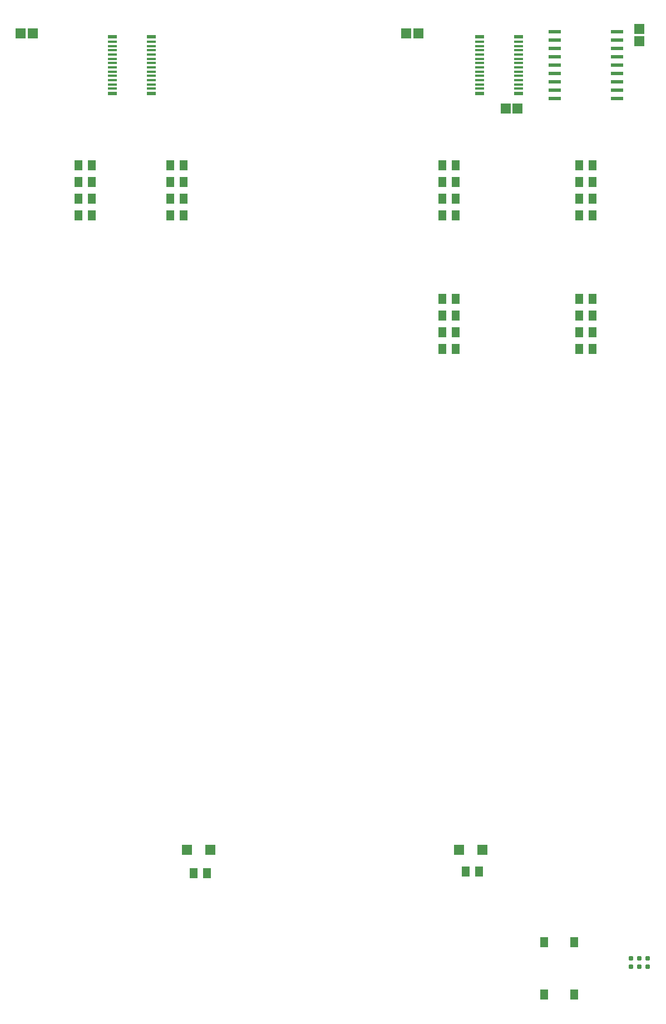
<source format=gbp>
G04*
G04 #@! TF.GenerationSoftware,Altium Limited,Altium Designer,20.2.3 (150)*
G04*
G04 Layer_Color=128*
%FSLAX25Y25*%
%MOIN*%
G70*
G04*
G04 #@! TF.SameCoordinates,4877317F-2E7F-43E9-A464-E33F9C0CD60A*
G04*
G04*
G04 #@! TF.FilePolarity,Positive*
G04*
G01*
G75*
%ADD10R,0.07677X0.02165*%
%ADD15R,0.06102X0.05906*%
%ADD16R,0.05906X0.06102*%
%ADD19R,0.05315X0.02362*%
%ADD20R,0.05315X0.01575*%
%ADD58R,0.04921X0.06102*%
%ADD59R,0.05906X0.05906*%
%ADD60C,0.03100*%
%ADD61R,0.05118X0.06102*%
D10*
X631496Y710000D02*
D03*
Y715000D02*
D03*
Y720000D02*
D03*
Y725000D02*
D03*
Y730000D02*
D03*
Y735000D02*
D03*
Y740000D02*
D03*
Y745000D02*
D03*
Y750000D02*
D03*
X668504Y710000D02*
D03*
Y715000D02*
D03*
Y720000D02*
D03*
Y725000D02*
D03*
Y730000D02*
D03*
Y735000D02*
D03*
Y740000D02*
D03*
Y745000D02*
D03*
Y750000D02*
D03*
D15*
X682000Y744457D02*
D03*
Y751543D02*
D03*
D16*
X608968Y704000D02*
D03*
X601882D02*
D03*
X542457Y749000D02*
D03*
X549543D02*
D03*
X311457D02*
D03*
X318543D02*
D03*
D19*
X366484Y712972D02*
D03*
Y747028D02*
D03*
X389516D02*
D03*
Y712972D02*
D03*
X609516D02*
D03*
Y747028D02*
D03*
X586484D02*
D03*
Y712972D02*
D03*
D20*
X366484Y715925D02*
D03*
Y718484D02*
D03*
Y721043D02*
D03*
Y723602D02*
D03*
Y726161D02*
D03*
Y728721D02*
D03*
Y731280D02*
D03*
Y733839D02*
D03*
Y736398D02*
D03*
Y738957D02*
D03*
Y741516D02*
D03*
Y744075D02*
D03*
X389516D02*
D03*
Y741516D02*
D03*
Y738957D02*
D03*
Y736398D02*
D03*
Y733839D02*
D03*
Y731280D02*
D03*
Y728721D02*
D03*
Y726161D02*
D03*
Y723602D02*
D03*
Y721043D02*
D03*
Y718484D02*
D03*
Y715925D02*
D03*
X609516D02*
D03*
Y718484D02*
D03*
Y721043D02*
D03*
Y723602D02*
D03*
Y726161D02*
D03*
Y728721D02*
D03*
Y731280D02*
D03*
Y733839D02*
D03*
Y736398D02*
D03*
Y738957D02*
D03*
Y741516D02*
D03*
Y744075D02*
D03*
X586484D02*
D03*
Y741516D02*
D03*
Y738957D02*
D03*
Y736398D02*
D03*
Y733839D02*
D03*
Y731280D02*
D03*
Y728721D02*
D03*
Y726161D02*
D03*
Y723602D02*
D03*
Y721043D02*
D03*
Y718484D02*
D03*
Y715925D02*
D03*
D58*
X645965Y670000D02*
D03*
X654035D02*
D03*
X654035Y660000D02*
D03*
X645965D02*
D03*
X414965Y246000D02*
D03*
X423035D02*
D03*
X577965Y247000D02*
D03*
X586035D02*
D03*
X654036Y639968D02*
D03*
X645965D02*
D03*
X645965Y649968D02*
D03*
X654035D02*
D03*
X654035Y590000D02*
D03*
X645965D02*
D03*
X645964Y580000D02*
D03*
X654035D02*
D03*
X645964Y570000D02*
D03*
X654035D02*
D03*
X654035Y560000D02*
D03*
X645965D02*
D03*
X563965Y590000D02*
D03*
X572035D02*
D03*
X572035Y570000D02*
D03*
X563965D02*
D03*
X563965Y560000D02*
D03*
X572035D02*
D03*
X572035Y580000D02*
D03*
X563965D02*
D03*
X563965Y640000D02*
D03*
X572035D02*
D03*
X563965Y670000D02*
D03*
X572035D02*
D03*
X572035Y650000D02*
D03*
X563965D02*
D03*
X572035Y660000D02*
D03*
X563965D02*
D03*
X400965Y650000D02*
D03*
X409035D02*
D03*
X409035Y640000D02*
D03*
X400965D02*
D03*
X409035Y670000D02*
D03*
X400965D02*
D03*
X400965Y660000D02*
D03*
X409035D02*
D03*
X354067Y650000D02*
D03*
X345996D02*
D03*
X345996Y640000D02*
D03*
X354067D02*
D03*
X345965Y670000D02*
D03*
X354035D02*
D03*
X354035Y660000D02*
D03*
X345965D02*
D03*
D59*
X424890Y260000D02*
D03*
X411110D02*
D03*
X587890D02*
D03*
X574110D02*
D03*
D60*
X677000Y190000D02*
D03*
X682000D02*
D03*
X687000D02*
D03*
Y195000D02*
D03*
X682000D02*
D03*
X677000D02*
D03*
D61*
X642858Y173350D02*
D03*
X625142D02*
D03*
X642858Y204650D02*
D03*
X625142D02*
D03*
M02*

</source>
